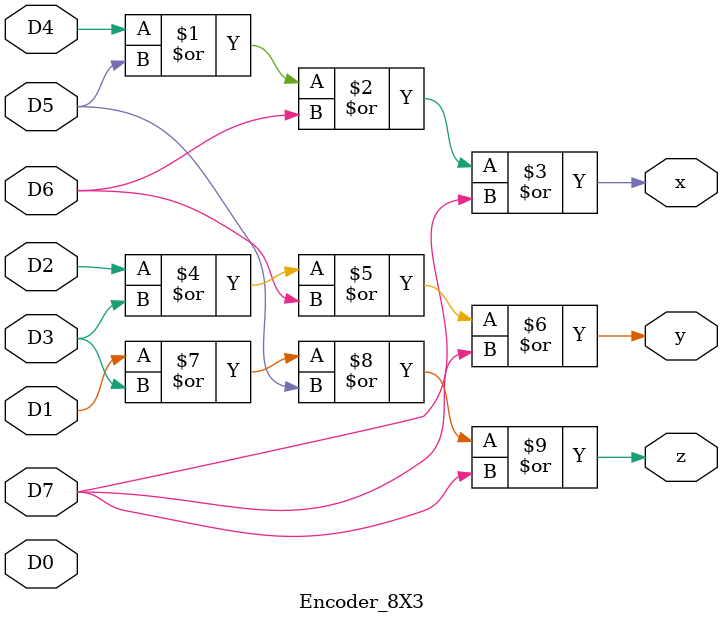
<source format=v>
module Encoder_8X3(input D0,D1,D2,D3,D4,D5,D6,D7, output x,y,z);

/////code

assign x = (D4|D5|D6|D7);

assign y = (D2|D3|D6|D7);

assign z = (D1|D3|D5|D7);

//assign x = D7 + D6 + D5 + D4;
//assign y = D7 + D6 + D5 + D3;
//assign z = D7 + D6 + D2 + D1;


endmodule
</source>
